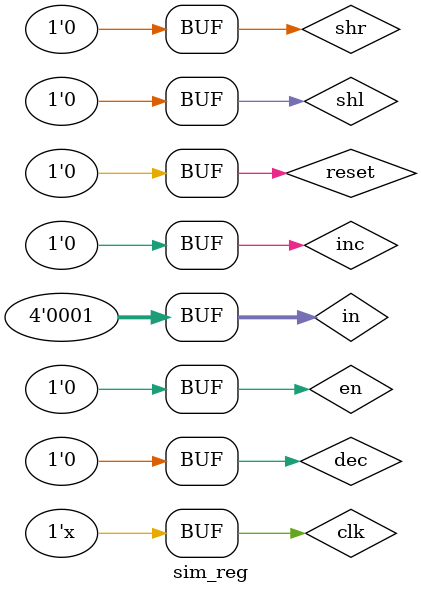
<source format=v>
`timescale 1ns / 1ps


module sim_reg();
reg clk, reset, en, inc, dec, shl, shr;
reg [3:0] in;
wire [3:0] out;

registru reg1(in, clk, reset, en, inc, dec, shl, shr, out);
initial begin 
#0   in=4'd5; clk=0; reset=0; en=1; inc=0; dec=0; shl=0; shr=0;
#20  reset=0; en=0; inc=1; dec=0; shl=0; shr=0;
#20  reset=1; en=0; inc=0; dec=0; shl=0; shr=0;
#20  in= 4'd8; reset=0; en=1; inc=0; dec=0; shl=0; shr=0;
#20  reset=0; en=0; inc=1; dec=1; shl=0; shr=0;
#20  reset=0; en=0; inc=0; dec=1; shl=1; shr=0;
#20  in=4'd1; reset=0; en=1; inc=0; dec=0; shl=0; shr=0;
#20  reset=0; en=0; inc=0; dec=0; shl=1; shr=1;
#20  reset=0; en=0; inc=0; dec=0; shl=0; shr=1;
#20  reset=0; en=0; inc=0; dec=0; shl=0; shr=0;
end

always #10 clk=~clk;
endmodule

</source>
